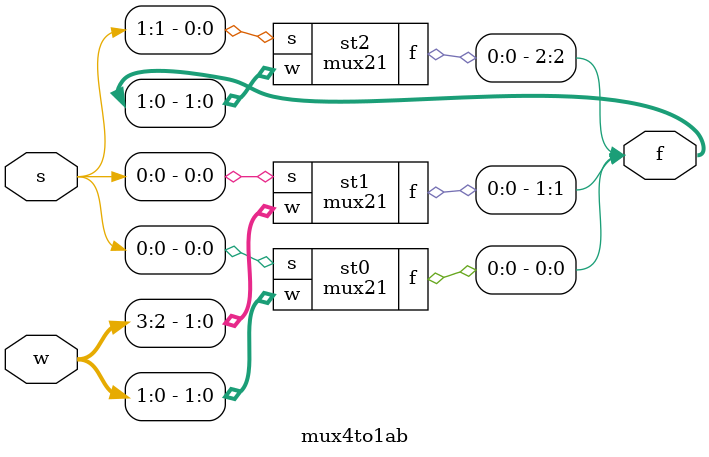
<source format=v>
module mux21(w,s,f);
input [1:0]w;
input s;
output f;
function mux;
input [1:0]x;
input ss;
if(ss==0)
mux=x[0];
else
mux=x[1];
endfunction
assign f = mux(w,s);
endmodule
module mux4to1ab(w,s,f);
input [3:0]w;
input [1:0]s;
output[2:0]f;
reg [2:0]f;
mux21 st0(w[1:0],s[0],f[0]);
mux21 st1(w[3:2],s[0],f[1]);
mux21 st2(f[1:0],s[1],f[2]);
endmodule


</source>
